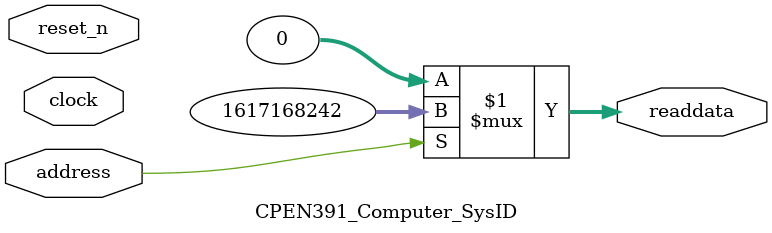
<source format=v>



// synthesis translate_off
`timescale 1ns / 1ps
// synthesis translate_on

// turn off superfluous verilog processor warnings 
// altera message_level Level1 
// altera message_off 10034 10035 10036 10037 10230 10240 10030 

module CPEN391_Computer_SysID (
               // inputs:
                address,
                clock,
                reset_n,

               // outputs:
                readdata
             )
;

  output  [ 31: 0] readdata;
  input            address;
  input            clock;
  input            reset_n;

  wire    [ 31: 0] readdata;
  //control_slave, which is an e_avalon_slave
  assign readdata = address ? 1617168242 : 0;

endmodule



</source>
